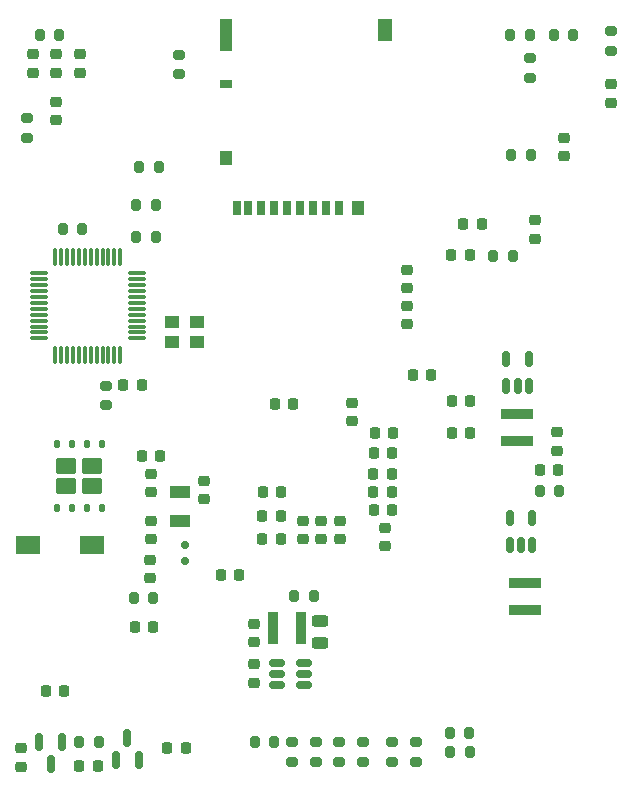
<source format=gbr>
%TF.GenerationSoftware,KiCad,Pcbnew,8.0.3-8.0.3-0~ubuntu24.04.1*%
%TF.CreationDate,2024-07-16T09:03:33+03:00*%
%TF.ProjectId,displinux,64697370-6c69-46e7-9578-2e6b69636164,rev?*%
%TF.SameCoordinates,Original*%
%TF.FileFunction,Paste,Bot*%
%TF.FilePolarity,Positive*%
%FSLAX46Y46*%
G04 Gerber Fmt 4.6, Leading zero omitted, Abs format (unit mm)*
G04 Created by KiCad (PCBNEW 8.0.3-8.0.3-0~ubuntu24.04.1) date 2024-07-16 09:03:33*
%MOMM*%
%LPD*%
G01*
G04 APERTURE LIST*
G04 Aperture macros list*
%AMRoundRect*
0 Rectangle with rounded corners*
0 $1 Rounding radius*
0 $2 $3 $4 $5 $6 $7 $8 $9 X,Y pos of 4 corners*
0 Add a 4 corners polygon primitive as box body*
4,1,4,$2,$3,$4,$5,$6,$7,$8,$9,$2,$3,0*
0 Add four circle primitives for the rounded corners*
1,1,$1+$1,$2,$3*
1,1,$1+$1,$4,$5*
1,1,$1+$1,$6,$7*
1,1,$1+$1,$8,$9*
0 Add four rect primitives between the rounded corners*
20,1,$1+$1,$2,$3,$4,$5,0*
20,1,$1+$1,$4,$5,$6,$7,0*
20,1,$1+$1,$6,$7,$8,$9,0*
20,1,$1+$1,$8,$9,$2,$3,0*%
G04 Aperture macros list end*
%ADD10RoundRect,0.225000X0.250000X-0.225000X0.250000X0.225000X-0.250000X0.225000X-0.250000X-0.225000X0*%
%ADD11RoundRect,0.200000X-0.275000X0.200000X-0.275000X-0.200000X0.275000X-0.200000X0.275000X0.200000X0*%
%ADD12RoundRect,0.225000X-0.225000X-0.250000X0.225000X-0.250000X0.225000X0.250000X-0.225000X0.250000X0*%
%ADD13RoundRect,0.250000X-0.615000X0.435000X-0.615000X-0.435000X0.615000X-0.435000X0.615000X0.435000X0*%
%ADD14RoundRect,0.125000X-0.125000X0.250000X-0.125000X-0.250000X0.125000X-0.250000X0.125000X0.250000X0*%
%ADD15RoundRect,0.150000X-0.150000X0.587500X-0.150000X-0.587500X0.150000X-0.587500X0.150000X0.587500X0*%
%ADD16RoundRect,0.200000X0.200000X0.275000X-0.200000X0.275000X-0.200000X-0.275000X0.200000X-0.275000X0*%
%ADD17RoundRect,0.225000X0.225000X0.250000X-0.225000X0.250000X-0.225000X-0.250000X0.225000X-0.250000X0*%
%ADD18R,1.800000X1.000000*%
%ADD19R,2.800000X0.850000*%
%ADD20RoundRect,0.200000X-0.200000X-0.275000X0.200000X-0.275000X0.200000X0.275000X-0.200000X0.275000X0*%
%ADD21R,1.300000X1.100000*%
%ADD22R,0.850000X2.800000*%
%ADD23RoundRect,0.225000X-0.250000X0.225000X-0.250000X-0.225000X0.250000X-0.225000X0.250000X0.225000X0*%
%ADD24R,0.700000X1.200000*%
%ADD25R,1.000000X0.800000*%
%ADD26R,1.000000X2.800000*%
%ADD27R,1.000000X1.200000*%
%ADD28R,1.300000X1.900000*%
%ADD29RoundRect,0.075000X-0.662500X-0.075000X0.662500X-0.075000X0.662500X0.075000X-0.662500X0.075000X0*%
%ADD30RoundRect,0.075000X-0.075000X-0.662500X0.075000X-0.662500X0.075000X0.662500X-0.075000X0.662500X0*%
%ADD31RoundRect,0.243750X0.456250X-0.243750X0.456250X0.243750X-0.456250X0.243750X-0.456250X-0.243750X0*%
%ADD32RoundRect,0.150000X0.200000X-0.150000X0.200000X0.150000X-0.200000X0.150000X-0.200000X-0.150000X0*%
%ADD33R,2.000000X1.600000*%
%ADD34RoundRect,0.150000X0.150000X-0.512500X0.150000X0.512500X-0.150000X0.512500X-0.150000X-0.512500X0*%
%ADD35RoundRect,0.150000X0.150000X-0.587500X0.150000X0.587500X-0.150000X0.587500X-0.150000X-0.587500X0*%
%ADD36RoundRect,0.150000X0.512500X0.150000X-0.512500X0.150000X-0.512500X-0.150000X0.512500X-0.150000X0*%
%ADD37RoundRect,0.200000X0.275000X-0.200000X0.275000X0.200000X-0.275000X0.200000X-0.275000X-0.200000X0*%
G04 APERTURE END LIST*
D10*
%TO.C,C10*%
X223500000Y-60000000D03*
X223500000Y-58450000D03*
%TD*%
D11*
%TO.C,R51*%
X247460000Y-112700000D03*
X247460000Y-114350000D03*
%TD*%
D12*
%TO.C,C3*%
X256935000Y-71470000D03*
X258485000Y-71470000D03*
%TD*%
D13*
%TO.C,U8*%
X226500000Y-89300000D03*
X224350000Y-89300000D03*
X226500000Y-91000000D03*
X224350000Y-91000000D03*
D14*
X223520000Y-87450000D03*
X224790000Y-87450000D03*
X226060000Y-87450000D03*
X227330000Y-87450000D03*
X227330000Y-92850000D03*
X226060000Y-92850000D03*
X224790000Y-92850000D03*
X223520000Y-92850000D03*
%TD*%
D15*
%TO.C,U5*%
X222060000Y-112700000D03*
X223960000Y-112700000D03*
X223010000Y-114575000D03*
%TD*%
D12*
%TO.C,C58*%
X253712500Y-81562500D03*
X255262500Y-81562500D03*
%TD*%
D16*
%TO.C,R41*%
X245295000Y-100310000D03*
X243645000Y-100310000D03*
%TD*%
D10*
%TO.C,C46*%
X247500000Y-95500000D03*
X247500000Y-93950000D03*
%TD*%
D17*
%TO.C,C19*%
X258535000Y-83840000D03*
X256985000Y-83840000D03*
%TD*%
D18*
%TO.C,Y2*%
X234000000Y-91500000D03*
X234000000Y-94000000D03*
%TD*%
D19*
%TO.C,L2*%
X263220000Y-101530000D03*
X263220000Y-99180000D03*
%TD*%
D10*
%TO.C,C49*%
X244350000Y-95500000D03*
X244350000Y-93950000D03*
%TD*%
D20*
%TO.C,R21*%
X222080000Y-52780000D03*
X223730000Y-52780000D03*
%TD*%
D10*
%TO.C,C5*%
X253200000Y-77280000D03*
X253200000Y-75730000D03*
%TD*%
D11*
%TO.C,R50*%
X245460000Y-112700000D03*
X245460000Y-114350000D03*
%TD*%
D21*
%TO.C,X1*%
X235400000Y-78800000D03*
X233300000Y-78800000D03*
X233300000Y-77150000D03*
X235400000Y-77150000D03*
%TD*%
D22*
%TO.C,L3*%
X241880000Y-103010000D03*
X244230000Y-103010000D03*
%TD*%
D23*
%TO.C,C4*%
X264000000Y-68500000D03*
X264000000Y-70050000D03*
%TD*%
%TO.C,C17*%
X265900000Y-86450000D03*
X265900000Y-88000000D03*
%TD*%
D20*
%TO.C,R48*%
X256805000Y-111890000D03*
X258455000Y-111890000D03*
%TD*%
D10*
%TO.C,C54*%
X240210000Y-104220000D03*
X240210000Y-102670000D03*
%TD*%
D17*
%TO.C,C43*%
X227010000Y-114700000D03*
X225460000Y-114700000D03*
%TD*%
D12*
%TO.C,C40*%
X240950000Y-95500000D03*
X242500000Y-95500000D03*
%TD*%
D11*
%TO.C,R2*%
X270500000Y-52500000D03*
X270500000Y-54150000D03*
%TD*%
D12*
%TO.C,C20*%
X229165000Y-82470000D03*
X230715000Y-82470000D03*
%TD*%
D23*
%TO.C,C9*%
X221500000Y-54450000D03*
X221500000Y-56000000D03*
%TD*%
%TO.C,C53*%
X240227500Y-106090000D03*
X240227500Y-107640000D03*
%TD*%
D17*
%TO.C,C50*%
X251950000Y-88250000D03*
X250400000Y-88250000D03*
%TD*%
D24*
%TO.C,XS1*%
X247450000Y-67500000D03*
X246350000Y-67500000D03*
X245250000Y-67500000D03*
X244150000Y-67500000D03*
X243050000Y-67500000D03*
X241950000Y-67500000D03*
X240850000Y-67500000D03*
X239750000Y-67500000D03*
X238800000Y-67500000D03*
D25*
X237850000Y-57000000D03*
D26*
X237850000Y-52850000D03*
D27*
X237850000Y-63200000D03*
X249000000Y-67500000D03*
D28*
X251350000Y-52400000D03*
%TD*%
D11*
%TO.C,R49*%
X243460000Y-112700000D03*
X243460000Y-114350000D03*
%TD*%
D17*
%TO.C,C47*%
X243550000Y-84030000D03*
X242000000Y-84030000D03*
%TD*%
%TO.C,C42*%
X234460000Y-113200000D03*
X232910000Y-113200000D03*
%TD*%
%TO.C,C48*%
X251900000Y-89950000D03*
X250350000Y-89950000D03*
%TD*%
D11*
%TO.C,R53*%
X251960000Y-112700000D03*
X251960000Y-114350000D03*
%TD*%
D29*
%TO.C,U1*%
X222000000Y-78500000D03*
X222000000Y-78000000D03*
X222000000Y-77500000D03*
X222000000Y-77000000D03*
X222000000Y-76500000D03*
X222000000Y-76000000D03*
X222000000Y-75500000D03*
X222000000Y-75000000D03*
X222000000Y-74500000D03*
X222000000Y-74000000D03*
X222000000Y-73500000D03*
X222000000Y-73000000D03*
D30*
X223412500Y-71587500D03*
X223912500Y-71587500D03*
X224412500Y-71587500D03*
X224912500Y-71587500D03*
X225412500Y-71587500D03*
X225912500Y-71587500D03*
X226412500Y-71587500D03*
X226912500Y-71587500D03*
X227412500Y-71587500D03*
X227912500Y-71587500D03*
X228412500Y-71587500D03*
X228912500Y-71587500D03*
D29*
X230325000Y-73000000D03*
X230325000Y-73500000D03*
X230325000Y-74000000D03*
X230325000Y-74500000D03*
X230325000Y-75000000D03*
X230325000Y-75500000D03*
X230325000Y-76000000D03*
X230325000Y-76500000D03*
X230325000Y-77000000D03*
X230325000Y-77500000D03*
X230325000Y-78000000D03*
X230325000Y-78500000D03*
D30*
X228912500Y-79912500D03*
X228412500Y-79912500D03*
X227912500Y-79912500D03*
X227412500Y-79912500D03*
X226912500Y-79912500D03*
X226412500Y-79912500D03*
X225912500Y-79912500D03*
X225412500Y-79912500D03*
X224912500Y-79912500D03*
X224412500Y-79912500D03*
X223912500Y-79912500D03*
X223412500Y-79912500D03*
%TD*%
D17*
%TO.C,C29*%
X265995000Y-89660000D03*
X264445000Y-89660000D03*
%TD*%
D23*
%TO.C,C7*%
X266500000Y-61500000D03*
X266500000Y-63050000D03*
%TD*%
D19*
%TO.C,L1*%
X262500000Y-87225000D03*
X262500000Y-84875000D03*
%TD*%
D12*
%TO.C,C60*%
X240950000Y-93500000D03*
X242500000Y-93500000D03*
%TD*%
D11*
%TO.C,R54*%
X253960000Y-112700000D03*
X253960000Y-114350000D03*
%TD*%
D16*
%TO.C,R12*%
X263650000Y-63000000D03*
X262000000Y-63000000D03*
%TD*%
D23*
%TO.C,C30*%
X235970000Y-90590000D03*
X235970000Y-92140000D03*
%TD*%
D20*
%TO.C,R9*%
X260500000Y-71500000D03*
X262150000Y-71500000D03*
%TD*%
D16*
%TO.C,R47*%
X258485000Y-113510000D03*
X256835000Y-113510000D03*
%TD*%
D12*
%TO.C,C36*%
X250355000Y-93020000D03*
X251905000Y-93020000D03*
%TD*%
D11*
%TO.C,R16*%
X221000000Y-59850000D03*
X221000000Y-61500000D03*
%TD*%
D16*
%TO.C,R29*%
X231900000Y-69910000D03*
X230250000Y-69910000D03*
%TD*%
D17*
%TO.C,C52*%
X239000000Y-98500000D03*
X237450000Y-98500000D03*
%TD*%
D23*
%TO.C,C37*%
X231460000Y-97280000D03*
X231460000Y-98830000D03*
%TD*%
D31*
%TO.C,D5*%
X245860000Y-104310000D03*
X245860000Y-102435000D03*
%TD*%
D17*
%TO.C,C28*%
X232275000Y-88500000D03*
X230725000Y-88500000D03*
%TD*%
D32*
%TO.C,D3*%
X234400000Y-95960000D03*
X234400000Y-97360000D03*
%TD*%
D17*
%TO.C,C6*%
X259520000Y-68800000D03*
X257970000Y-68800000D03*
%TD*%
D33*
%TO.C,FEL1*%
X221100000Y-96000000D03*
X226500000Y-96000000D03*
%TD*%
D11*
%TO.C,R20*%
X227662500Y-82500000D03*
X227662500Y-84150000D03*
%TD*%
%TO.C,R19*%
X233870000Y-54490000D03*
X233870000Y-56140000D03*
%TD*%
D16*
%TO.C,R15*%
X232150000Y-64000000D03*
X230500000Y-64000000D03*
%TD*%
D10*
%TO.C,C61*%
X245950000Y-95500000D03*
X245950000Y-93950000D03*
%TD*%
%TO.C,C31*%
X231500000Y-91550000D03*
X231500000Y-90000000D03*
%TD*%
D34*
%TO.C,U4*%
X263790000Y-95990000D03*
X262840000Y-95990000D03*
X261890000Y-95990000D03*
X261890000Y-93715000D03*
X263790000Y-93715000D03*
%TD*%
D17*
%TO.C,C39*%
X224150000Y-108370000D03*
X222600000Y-108370000D03*
%TD*%
D11*
%TO.C,R52*%
X249460000Y-112700000D03*
X249460000Y-114350000D03*
%TD*%
D12*
%TO.C,C59*%
X241000000Y-91500000D03*
X242550000Y-91500000D03*
%TD*%
D16*
%TO.C,R46*%
X241960000Y-112700000D03*
X240310000Y-112700000D03*
%TD*%
D20*
%TO.C,R45*%
X230060000Y-100500000D03*
X231710000Y-100500000D03*
%TD*%
D23*
%TO.C,C33*%
X231510000Y-93970000D03*
X231510000Y-95520000D03*
%TD*%
%TO.C,C57*%
X248500000Y-83950000D03*
X248500000Y-85500000D03*
%TD*%
D35*
%TO.C,U6*%
X230460000Y-114200000D03*
X228560000Y-114200000D03*
X229510000Y-112325000D03*
%TD*%
D20*
%TO.C,R1*%
X265600000Y-52775000D03*
X267250000Y-52775000D03*
%TD*%
D23*
%TO.C,C15*%
X253210000Y-72685000D03*
X253210000Y-74235000D03*
%TD*%
D16*
%TO.C,R3*%
X263600000Y-52775000D03*
X261950000Y-52775000D03*
%TD*%
D36*
%TO.C,U7*%
X244437500Y-105980000D03*
X244437500Y-106930000D03*
X244437500Y-107880000D03*
X242162500Y-107880000D03*
X242162500Y-106930000D03*
X242162500Y-105980000D03*
%TD*%
D34*
%TO.C,U2*%
X263500000Y-82500000D03*
X262550000Y-82500000D03*
X261600000Y-82500000D03*
X261600000Y-80225000D03*
X263500000Y-80225000D03*
%TD*%
D17*
%TO.C,C56*%
X231670000Y-102980000D03*
X230120000Y-102980000D03*
%TD*%
D20*
%TO.C,R13*%
X224045000Y-69270000D03*
X225695000Y-69270000D03*
%TD*%
D10*
%TO.C,C62*%
X251290000Y-96070000D03*
X251290000Y-94520000D03*
%TD*%
D37*
%TO.C,R4*%
X263600000Y-56425000D03*
X263600000Y-54775000D03*
%TD*%
D20*
%TO.C,R34*%
X264445000Y-91460000D03*
X266095000Y-91460000D03*
%TD*%
D17*
%TO.C,C27*%
X258555000Y-86490000D03*
X257005000Y-86490000D03*
%TD*%
D23*
%TO.C,C8*%
X223500000Y-54450000D03*
X223500000Y-56000000D03*
%TD*%
%TO.C,C38*%
X220480000Y-113225000D03*
X220480000Y-114775000D03*
%TD*%
D16*
%TO.C,R14*%
X231925000Y-67180000D03*
X230275000Y-67180000D03*
%TD*%
D17*
%TO.C,C51*%
X251895000Y-91520000D03*
X250345000Y-91520000D03*
%TD*%
D23*
%TO.C,C1*%
X270500000Y-57000000D03*
X270500000Y-58550000D03*
%TD*%
D17*
%TO.C,C63*%
X252000000Y-86500000D03*
X250450000Y-86500000D03*
%TD*%
D16*
%TO.C,R38*%
X227110000Y-112700000D03*
X225460000Y-112700000D03*
%TD*%
D23*
%TO.C,C11*%
X225500000Y-54450000D03*
X225500000Y-56000000D03*
%TD*%
M02*

</source>
